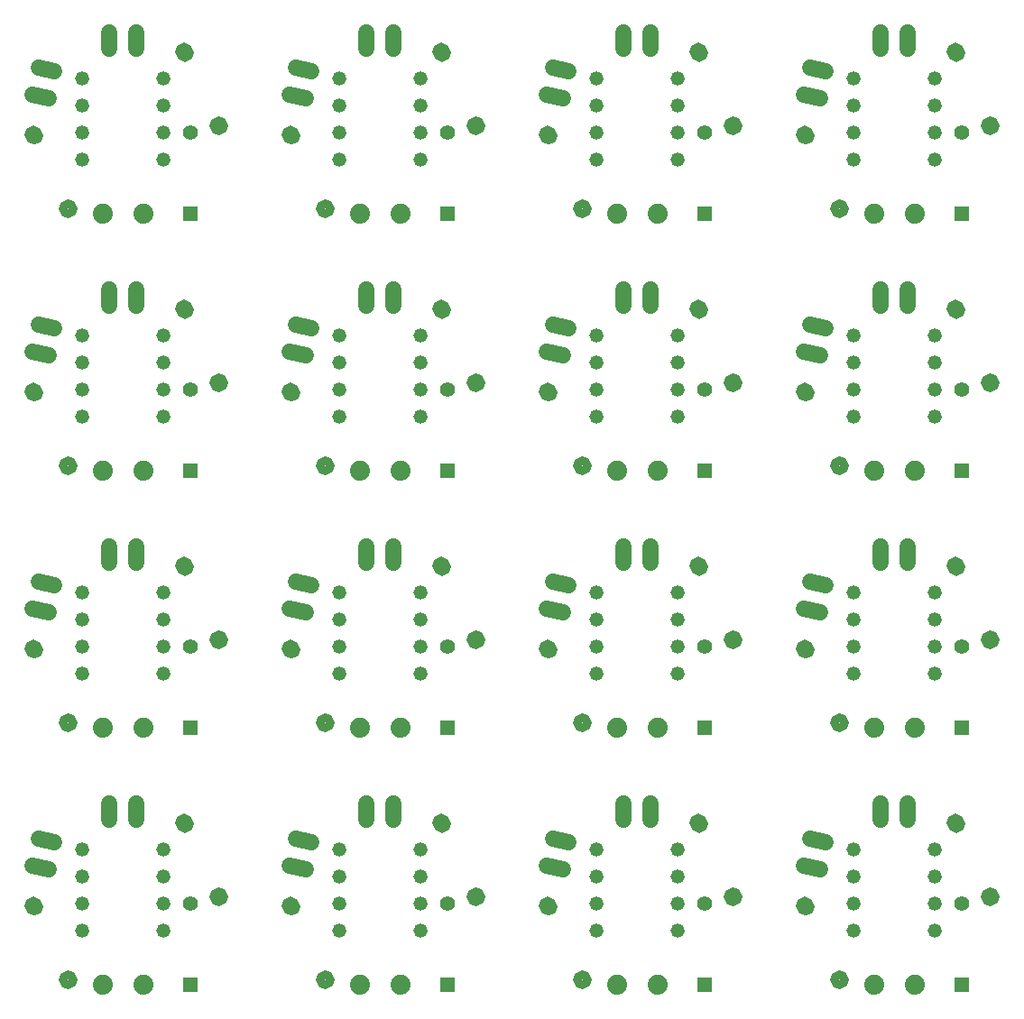
<source format=gbl>
G75*
%MOIN*%
%OFA0B0*%
%FSLAX25Y25*%
%IPPOS*%
%LPD*%
%AMOC8*
5,1,8,0,0,1.08239X$1,22.5*
%
%ADD10C,0.05200*%
%ADD11C,0.01320*%
%ADD12C,0.07400*%
%ADD13C,0.05937*%
%ADD14C,0.05543*%
%ADD15R,0.05543X0.05543*%
D10*
X0029487Y0033798D03*
X0029487Y0043798D03*
X0029487Y0053798D03*
X0029487Y0063798D03*
X0059487Y0063798D03*
X0059487Y0053798D03*
X0059487Y0043798D03*
X0059487Y0033798D03*
X0124487Y0033798D03*
X0124487Y0043798D03*
X0124487Y0053798D03*
X0124487Y0063798D03*
X0154487Y0063798D03*
X0154487Y0053798D03*
X0154487Y0043798D03*
X0154487Y0033798D03*
X0219487Y0033798D03*
X0219487Y0043798D03*
X0219487Y0053798D03*
X0219487Y0063798D03*
X0249487Y0063798D03*
X0249487Y0053798D03*
X0249487Y0043798D03*
X0249487Y0033798D03*
X0314487Y0033798D03*
X0314487Y0043798D03*
X0314487Y0053798D03*
X0314487Y0063798D03*
X0344487Y0063798D03*
X0344487Y0053798D03*
X0344487Y0043798D03*
X0344487Y0033798D03*
X0344487Y0128798D03*
X0344487Y0138798D03*
X0344487Y0148798D03*
X0344487Y0158798D03*
X0314487Y0158798D03*
X0314487Y0148798D03*
X0314487Y0138798D03*
X0314487Y0128798D03*
X0249487Y0128798D03*
X0249487Y0138798D03*
X0249487Y0148798D03*
X0249487Y0158798D03*
X0219487Y0158798D03*
X0219487Y0148798D03*
X0219487Y0138798D03*
X0219487Y0128798D03*
X0154487Y0128798D03*
X0154487Y0138798D03*
X0154487Y0148798D03*
X0154487Y0158798D03*
X0124487Y0158798D03*
X0124487Y0148798D03*
X0124487Y0138798D03*
X0124487Y0128798D03*
X0059487Y0128798D03*
X0059487Y0138798D03*
X0059487Y0148798D03*
X0059487Y0158798D03*
X0029487Y0158798D03*
X0029487Y0148798D03*
X0029487Y0138798D03*
X0029487Y0128798D03*
X0029487Y0223798D03*
X0029487Y0233798D03*
X0029487Y0243798D03*
X0029487Y0253798D03*
X0059487Y0253798D03*
X0059487Y0243798D03*
X0059487Y0233798D03*
X0059487Y0223798D03*
X0124487Y0223798D03*
X0124487Y0233798D03*
X0124487Y0243798D03*
X0124487Y0253798D03*
X0154487Y0253798D03*
X0154487Y0243798D03*
X0154487Y0233798D03*
X0154487Y0223798D03*
X0219487Y0223798D03*
X0219487Y0233798D03*
X0219487Y0243798D03*
X0219487Y0253798D03*
X0249487Y0253798D03*
X0249487Y0243798D03*
X0249487Y0233798D03*
X0249487Y0223798D03*
X0314487Y0223798D03*
X0314487Y0233798D03*
X0314487Y0243798D03*
X0314487Y0253798D03*
X0344487Y0253798D03*
X0344487Y0243798D03*
X0344487Y0233798D03*
X0344487Y0223798D03*
X0344487Y0318798D03*
X0344487Y0328798D03*
X0344487Y0338798D03*
X0344487Y0348798D03*
X0314487Y0348798D03*
X0314487Y0338798D03*
X0314487Y0328798D03*
X0314487Y0318798D03*
X0249487Y0318798D03*
X0249487Y0328798D03*
X0249487Y0338798D03*
X0249487Y0348798D03*
X0219487Y0348798D03*
X0219487Y0338798D03*
X0219487Y0328798D03*
X0219487Y0318798D03*
X0154487Y0318798D03*
X0154487Y0328798D03*
X0154487Y0338798D03*
X0154487Y0348798D03*
X0124487Y0348798D03*
X0124487Y0338798D03*
X0124487Y0328798D03*
X0124487Y0318798D03*
X0059487Y0318798D03*
X0059487Y0328798D03*
X0059487Y0338798D03*
X0059487Y0348798D03*
X0029487Y0348798D03*
X0029487Y0338798D03*
X0029487Y0328798D03*
X0029487Y0318798D03*
D11*
X0024781Y0017827D02*
X0024121Y0018487D01*
X0026176Y0017739D01*
X0027100Y0015758D01*
X0026352Y0013703D01*
X0024371Y0012779D01*
X0022316Y0013527D01*
X0021392Y0015508D01*
X0022140Y0017563D01*
X0024121Y0018487D01*
X0024168Y0017417D01*
X0025452Y0016949D01*
X0026030Y0015711D01*
X0025562Y0014427D01*
X0024324Y0013849D01*
X0023040Y0014317D01*
X0022462Y0015555D01*
X0022930Y0016839D01*
X0024168Y0017417D01*
X0024215Y0016346D01*
X0024728Y0016159D01*
X0024959Y0015664D01*
X0024772Y0015151D01*
X0024277Y0014920D01*
X0023764Y0015107D01*
X0023533Y0015602D01*
X0023720Y0016115D01*
X0024215Y0016346D01*
X0012103Y0045016D02*
X0011443Y0045676D01*
X0013498Y0044928D01*
X0014422Y0042947D01*
X0013674Y0040892D01*
X0011693Y0039968D01*
X0009638Y0040716D01*
X0008714Y0042697D01*
X0009462Y0044752D01*
X0011443Y0045676D01*
X0011490Y0044606D01*
X0012774Y0044138D01*
X0013352Y0042900D01*
X0012884Y0041616D01*
X0011646Y0041038D01*
X0010362Y0041506D01*
X0009784Y0042744D01*
X0010252Y0044028D01*
X0011490Y0044606D01*
X0011537Y0043535D01*
X0012050Y0043348D01*
X0012281Y0042853D01*
X0012094Y0042340D01*
X0011599Y0042109D01*
X0011086Y0042296D01*
X0010855Y0042791D01*
X0011042Y0043304D01*
X0011537Y0043535D01*
X0067781Y0075637D02*
X0067121Y0076297D01*
X0069176Y0075549D01*
X0070100Y0073568D01*
X0069352Y0071513D01*
X0067371Y0070589D01*
X0065316Y0071337D01*
X0064392Y0073318D01*
X0065140Y0075373D01*
X0067121Y0076297D01*
X0067168Y0075227D01*
X0068452Y0074759D01*
X0069030Y0073521D01*
X0068562Y0072237D01*
X0067324Y0071659D01*
X0066040Y0072127D01*
X0065462Y0073365D01*
X0065930Y0074649D01*
X0067168Y0075227D01*
X0067215Y0074156D01*
X0067728Y0073969D01*
X0067959Y0073474D01*
X0067772Y0072961D01*
X0067277Y0072730D01*
X0066764Y0072917D01*
X0066533Y0073412D01*
X0066720Y0073925D01*
X0067215Y0074156D01*
X0080459Y0048448D02*
X0079799Y0049108D01*
X0081854Y0048360D01*
X0082778Y0046379D01*
X0082030Y0044324D01*
X0080049Y0043400D01*
X0077994Y0044148D01*
X0077070Y0046129D01*
X0077818Y0048184D01*
X0079799Y0049108D01*
X0079846Y0048038D01*
X0081130Y0047570D01*
X0081708Y0046332D01*
X0081240Y0045048D01*
X0080002Y0044470D01*
X0078718Y0044938D01*
X0078140Y0046176D01*
X0078608Y0047460D01*
X0079846Y0048038D01*
X0079893Y0046967D01*
X0080406Y0046780D01*
X0080637Y0046285D01*
X0080450Y0045772D01*
X0079955Y0045541D01*
X0079442Y0045728D01*
X0079211Y0046223D01*
X0079398Y0046736D01*
X0079893Y0046967D01*
X0107103Y0045016D02*
X0106443Y0045676D01*
X0108498Y0044928D01*
X0109422Y0042947D01*
X0108674Y0040892D01*
X0106693Y0039968D01*
X0104638Y0040716D01*
X0103714Y0042697D01*
X0104462Y0044752D01*
X0106443Y0045676D01*
X0106490Y0044606D01*
X0107774Y0044138D01*
X0108352Y0042900D01*
X0107884Y0041616D01*
X0106646Y0041038D01*
X0105362Y0041506D01*
X0104784Y0042744D01*
X0105252Y0044028D01*
X0106490Y0044606D01*
X0106537Y0043535D01*
X0107050Y0043348D01*
X0107281Y0042853D01*
X0107094Y0042340D01*
X0106599Y0042109D01*
X0106086Y0042296D01*
X0105855Y0042791D01*
X0106042Y0043304D01*
X0106537Y0043535D01*
X0119781Y0017827D02*
X0119121Y0018487D01*
X0121176Y0017739D01*
X0122100Y0015758D01*
X0121352Y0013703D01*
X0119371Y0012779D01*
X0117316Y0013527D01*
X0116392Y0015508D01*
X0117140Y0017563D01*
X0119121Y0018487D01*
X0119168Y0017417D01*
X0120452Y0016949D01*
X0121030Y0015711D01*
X0120562Y0014427D01*
X0119324Y0013849D01*
X0118040Y0014317D01*
X0117462Y0015555D01*
X0117930Y0016839D01*
X0119168Y0017417D01*
X0119215Y0016346D01*
X0119728Y0016159D01*
X0119959Y0015664D01*
X0119772Y0015151D01*
X0119277Y0014920D01*
X0118764Y0015107D01*
X0118533Y0015602D01*
X0118720Y0016115D01*
X0119215Y0016346D01*
X0175459Y0048448D02*
X0174799Y0049108D01*
X0176854Y0048360D01*
X0177778Y0046379D01*
X0177030Y0044324D01*
X0175049Y0043400D01*
X0172994Y0044148D01*
X0172070Y0046129D01*
X0172818Y0048184D01*
X0174799Y0049108D01*
X0174846Y0048038D01*
X0176130Y0047570D01*
X0176708Y0046332D01*
X0176240Y0045048D01*
X0175002Y0044470D01*
X0173718Y0044938D01*
X0173140Y0046176D01*
X0173608Y0047460D01*
X0174846Y0048038D01*
X0174893Y0046967D01*
X0175406Y0046780D01*
X0175637Y0046285D01*
X0175450Y0045772D01*
X0174955Y0045541D01*
X0174442Y0045728D01*
X0174211Y0046223D01*
X0174398Y0046736D01*
X0174893Y0046967D01*
X0202103Y0045016D02*
X0201443Y0045676D01*
X0203498Y0044928D01*
X0204422Y0042947D01*
X0203674Y0040892D01*
X0201693Y0039968D01*
X0199638Y0040716D01*
X0198714Y0042697D01*
X0199462Y0044752D01*
X0201443Y0045676D01*
X0201490Y0044606D01*
X0202774Y0044138D01*
X0203352Y0042900D01*
X0202884Y0041616D01*
X0201646Y0041038D01*
X0200362Y0041506D01*
X0199784Y0042744D01*
X0200252Y0044028D01*
X0201490Y0044606D01*
X0201537Y0043535D01*
X0202050Y0043348D01*
X0202281Y0042853D01*
X0202094Y0042340D01*
X0201599Y0042109D01*
X0201086Y0042296D01*
X0200855Y0042791D01*
X0201042Y0043304D01*
X0201537Y0043535D01*
X0214781Y0017827D02*
X0214121Y0018487D01*
X0216176Y0017739D01*
X0217100Y0015758D01*
X0216352Y0013703D01*
X0214371Y0012779D01*
X0212316Y0013527D01*
X0211392Y0015508D01*
X0212140Y0017563D01*
X0214121Y0018487D01*
X0214168Y0017417D01*
X0215452Y0016949D01*
X0216030Y0015711D01*
X0215562Y0014427D01*
X0214324Y0013849D01*
X0213040Y0014317D01*
X0212462Y0015555D01*
X0212930Y0016839D01*
X0214168Y0017417D01*
X0214215Y0016346D01*
X0214728Y0016159D01*
X0214959Y0015664D01*
X0214772Y0015151D01*
X0214277Y0014920D01*
X0213764Y0015107D01*
X0213533Y0015602D01*
X0213720Y0016115D01*
X0214215Y0016346D01*
X0270459Y0048448D02*
X0269799Y0049108D01*
X0271854Y0048360D01*
X0272778Y0046379D01*
X0272030Y0044324D01*
X0270049Y0043400D01*
X0267994Y0044148D01*
X0267070Y0046129D01*
X0267818Y0048184D01*
X0269799Y0049108D01*
X0269846Y0048038D01*
X0271130Y0047570D01*
X0271708Y0046332D01*
X0271240Y0045048D01*
X0270002Y0044470D01*
X0268718Y0044938D01*
X0268140Y0046176D01*
X0268608Y0047460D01*
X0269846Y0048038D01*
X0269893Y0046967D01*
X0270406Y0046780D01*
X0270637Y0046285D01*
X0270450Y0045772D01*
X0269955Y0045541D01*
X0269442Y0045728D01*
X0269211Y0046223D01*
X0269398Y0046736D01*
X0269893Y0046967D01*
X0297103Y0045016D02*
X0296443Y0045676D01*
X0298498Y0044928D01*
X0299422Y0042947D01*
X0298674Y0040892D01*
X0296693Y0039968D01*
X0294638Y0040716D01*
X0293714Y0042697D01*
X0294462Y0044752D01*
X0296443Y0045676D01*
X0296490Y0044606D01*
X0297774Y0044138D01*
X0298352Y0042900D01*
X0297884Y0041616D01*
X0296646Y0041038D01*
X0295362Y0041506D01*
X0294784Y0042744D01*
X0295252Y0044028D01*
X0296490Y0044606D01*
X0296537Y0043535D01*
X0297050Y0043348D01*
X0297281Y0042853D01*
X0297094Y0042340D01*
X0296599Y0042109D01*
X0296086Y0042296D01*
X0295855Y0042791D01*
X0296042Y0043304D01*
X0296537Y0043535D01*
X0309781Y0017827D02*
X0309121Y0018487D01*
X0311176Y0017739D01*
X0312100Y0015758D01*
X0311352Y0013703D01*
X0309371Y0012779D01*
X0307316Y0013527D01*
X0306392Y0015508D01*
X0307140Y0017563D01*
X0309121Y0018487D01*
X0309168Y0017417D01*
X0310452Y0016949D01*
X0311030Y0015711D01*
X0310562Y0014427D01*
X0309324Y0013849D01*
X0308040Y0014317D01*
X0307462Y0015555D01*
X0307930Y0016839D01*
X0309168Y0017417D01*
X0309215Y0016346D01*
X0309728Y0016159D01*
X0309959Y0015664D01*
X0309772Y0015151D01*
X0309277Y0014920D01*
X0308764Y0015107D01*
X0308533Y0015602D01*
X0308720Y0016115D01*
X0309215Y0016346D01*
X0365459Y0048448D02*
X0364799Y0049108D01*
X0366854Y0048360D01*
X0367778Y0046379D01*
X0367030Y0044324D01*
X0365049Y0043400D01*
X0362994Y0044148D01*
X0362070Y0046129D01*
X0362818Y0048184D01*
X0364799Y0049108D01*
X0364846Y0048038D01*
X0366130Y0047570D01*
X0366708Y0046332D01*
X0366240Y0045048D01*
X0365002Y0044470D01*
X0363718Y0044938D01*
X0363140Y0046176D01*
X0363608Y0047460D01*
X0364846Y0048038D01*
X0364893Y0046967D01*
X0365406Y0046780D01*
X0365637Y0046285D01*
X0365450Y0045772D01*
X0364955Y0045541D01*
X0364442Y0045728D01*
X0364211Y0046223D01*
X0364398Y0046736D01*
X0364893Y0046967D01*
X0352781Y0075637D02*
X0352121Y0076297D01*
X0354176Y0075549D01*
X0355100Y0073568D01*
X0354352Y0071513D01*
X0352371Y0070589D01*
X0350316Y0071337D01*
X0349392Y0073318D01*
X0350140Y0075373D01*
X0352121Y0076297D01*
X0352168Y0075227D01*
X0353452Y0074759D01*
X0354030Y0073521D01*
X0353562Y0072237D01*
X0352324Y0071659D01*
X0351040Y0072127D01*
X0350462Y0073365D01*
X0350930Y0074649D01*
X0352168Y0075227D01*
X0352215Y0074156D01*
X0352728Y0073969D01*
X0352959Y0073474D01*
X0352772Y0072961D01*
X0352277Y0072730D01*
X0351764Y0072917D01*
X0351533Y0073412D01*
X0351720Y0073925D01*
X0352215Y0074156D01*
X0309781Y0112827D02*
X0309121Y0113487D01*
X0311176Y0112739D01*
X0312100Y0110758D01*
X0311352Y0108703D01*
X0309371Y0107779D01*
X0307316Y0108527D01*
X0306392Y0110508D01*
X0307140Y0112563D01*
X0309121Y0113487D01*
X0309168Y0112417D01*
X0310452Y0111949D01*
X0311030Y0110711D01*
X0310562Y0109427D01*
X0309324Y0108849D01*
X0308040Y0109317D01*
X0307462Y0110555D01*
X0307930Y0111839D01*
X0309168Y0112417D01*
X0309215Y0111346D01*
X0309728Y0111159D01*
X0309959Y0110664D01*
X0309772Y0110151D01*
X0309277Y0109920D01*
X0308764Y0110107D01*
X0308533Y0110602D01*
X0308720Y0111115D01*
X0309215Y0111346D01*
X0297103Y0140016D02*
X0296443Y0140676D01*
X0298498Y0139928D01*
X0299422Y0137947D01*
X0298674Y0135892D01*
X0296693Y0134968D01*
X0294638Y0135716D01*
X0293714Y0137697D01*
X0294462Y0139752D01*
X0296443Y0140676D01*
X0296490Y0139606D01*
X0297774Y0139138D01*
X0298352Y0137900D01*
X0297884Y0136616D01*
X0296646Y0136038D01*
X0295362Y0136506D01*
X0294784Y0137744D01*
X0295252Y0139028D01*
X0296490Y0139606D01*
X0296537Y0138535D01*
X0297050Y0138348D01*
X0297281Y0137853D01*
X0297094Y0137340D01*
X0296599Y0137109D01*
X0296086Y0137296D01*
X0295855Y0137791D01*
X0296042Y0138304D01*
X0296537Y0138535D01*
X0270459Y0143448D02*
X0269799Y0144108D01*
X0271854Y0143360D01*
X0272778Y0141379D01*
X0272030Y0139324D01*
X0270049Y0138400D01*
X0267994Y0139148D01*
X0267070Y0141129D01*
X0267818Y0143184D01*
X0269799Y0144108D01*
X0269846Y0143038D01*
X0271130Y0142570D01*
X0271708Y0141332D01*
X0271240Y0140048D01*
X0270002Y0139470D01*
X0268718Y0139938D01*
X0268140Y0141176D01*
X0268608Y0142460D01*
X0269846Y0143038D01*
X0269893Y0141967D01*
X0270406Y0141780D01*
X0270637Y0141285D01*
X0270450Y0140772D01*
X0269955Y0140541D01*
X0269442Y0140728D01*
X0269211Y0141223D01*
X0269398Y0141736D01*
X0269893Y0141967D01*
X0257781Y0170637D02*
X0257121Y0171297D01*
X0259176Y0170549D01*
X0260100Y0168568D01*
X0259352Y0166513D01*
X0257371Y0165589D01*
X0255316Y0166337D01*
X0254392Y0168318D01*
X0255140Y0170373D01*
X0257121Y0171297D01*
X0257168Y0170227D01*
X0258452Y0169759D01*
X0259030Y0168521D01*
X0258562Y0167237D01*
X0257324Y0166659D01*
X0256040Y0167127D01*
X0255462Y0168365D01*
X0255930Y0169649D01*
X0257168Y0170227D01*
X0257215Y0169156D01*
X0257728Y0168969D01*
X0257959Y0168474D01*
X0257772Y0167961D01*
X0257277Y0167730D01*
X0256764Y0167917D01*
X0256533Y0168412D01*
X0256720Y0168925D01*
X0257215Y0169156D01*
X0214781Y0207827D02*
X0214121Y0208487D01*
X0216176Y0207739D01*
X0217100Y0205758D01*
X0216352Y0203703D01*
X0214371Y0202779D01*
X0212316Y0203527D01*
X0211392Y0205508D01*
X0212140Y0207563D01*
X0214121Y0208487D01*
X0214168Y0207417D01*
X0215452Y0206949D01*
X0216030Y0205711D01*
X0215562Y0204427D01*
X0214324Y0203849D01*
X0213040Y0204317D01*
X0212462Y0205555D01*
X0212930Y0206839D01*
X0214168Y0207417D01*
X0214215Y0206346D01*
X0214728Y0206159D01*
X0214959Y0205664D01*
X0214772Y0205151D01*
X0214277Y0204920D01*
X0213764Y0205107D01*
X0213533Y0205602D01*
X0213720Y0206115D01*
X0214215Y0206346D01*
X0202103Y0235016D02*
X0201443Y0235676D01*
X0203498Y0234928D01*
X0204422Y0232947D01*
X0203674Y0230892D01*
X0201693Y0229968D01*
X0199638Y0230716D01*
X0198714Y0232697D01*
X0199462Y0234752D01*
X0201443Y0235676D01*
X0201490Y0234606D01*
X0202774Y0234138D01*
X0203352Y0232900D01*
X0202884Y0231616D01*
X0201646Y0231038D01*
X0200362Y0231506D01*
X0199784Y0232744D01*
X0200252Y0234028D01*
X0201490Y0234606D01*
X0201537Y0233535D01*
X0202050Y0233348D01*
X0202281Y0232853D01*
X0202094Y0232340D01*
X0201599Y0232109D01*
X0201086Y0232296D01*
X0200855Y0232791D01*
X0201042Y0233304D01*
X0201537Y0233535D01*
X0175459Y0238448D02*
X0174799Y0239108D01*
X0176854Y0238360D01*
X0177778Y0236379D01*
X0177030Y0234324D01*
X0175049Y0233400D01*
X0172994Y0234148D01*
X0172070Y0236129D01*
X0172818Y0238184D01*
X0174799Y0239108D01*
X0174846Y0238038D01*
X0176130Y0237570D01*
X0176708Y0236332D01*
X0176240Y0235048D01*
X0175002Y0234470D01*
X0173718Y0234938D01*
X0173140Y0236176D01*
X0173608Y0237460D01*
X0174846Y0238038D01*
X0174893Y0236967D01*
X0175406Y0236780D01*
X0175637Y0236285D01*
X0175450Y0235772D01*
X0174955Y0235541D01*
X0174442Y0235728D01*
X0174211Y0236223D01*
X0174398Y0236736D01*
X0174893Y0236967D01*
X0162781Y0265637D02*
X0162121Y0266297D01*
X0164176Y0265549D01*
X0165100Y0263568D01*
X0164352Y0261513D01*
X0162371Y0260589D01*
X0160316Y0261337D01*
X0159392Y0263318D01*
X0160140Y0265373D01*
X0162121Y0266297D01*
X0162168Y0265227D01*
X0163452Y0264759D01*
X0164030Y0263521D01*
X0163562Y0262237D01*
X0162324Y0261659D01*
X0161040Y0262127D01*
X0160462Y0263365D01*
X0160930Y0264649D01*
X0162168Y0265227D01*
X0162215Y0264156D01*
X0162728Y0263969D01*
X0162959Y0263474D01*
X0162772Y0262961D01*
X0162277Y0262730D01*
X0161764Y0262917D01*
X0161533Y0263412D01*
X0161720Y0263925D01*
X0162215Y0264156D01*
X0119781Y0302827D02*
X0119121Y0303487D01*
X0121176Y0302739D01*
X0122100Y0300758D01*
X0121352Y0298703D01*
X0119371Y0297779D01*
X0117316Y0298527D01*
X0116392Y0300508D01*
X0117140Y0302563D01*
X0119121Y0303487D01*
X0119168Y0302417D01*
X0120452Y0301949D01*
X0121030Y0300711D01*
X0120562Y0299427D01*
X0119324Y0298849D01*
X0118040Y0299317D01*
X0117462Y0300555D01*
X0117930Y0301839D01*
X0119168Y0302417D01*
X0119215Y0301346D01*
X0119728Y0301159D01*
X0119959Y0300664D01*
X0119772Y0300151D01*
X0119277Y0299920D01*
X0118764Y0300107D01*
X0118533Y0300602D01*
X0118720Y0301115D01*
X0119215Y0301346D01*
X0107103Y0330016D02*
X0106443Y0330676D01*
X0108498Y0329928D01*
X0109422Y0327947D01*
X0108674Y0325892D01*
X0106693Y0324968D01*
X0104638Y0325716D01*
X0103714Y0327697D01*
X0104462Y0329752D01*
X0106443Y0330676D01*
X0106490Y0329606D01*
X0107774Y0329138D01*
X0108352Y0327900D01*
X0107884Y0326616D01*
X0106646Y0326038D01*
X0105362Y0326506D01*
X0104784Y0327744D01*
X0105252Y0329028D01*
X0106490Y0329606D01*
X0106537Y0328535D01*
X0107050Y0328348D01*
X0107281Y0327853D01*
X0107094Y0327340D01*
X0106599Y0327109D01*
X0106086Y0327296D01*
X0105855Y0327791D01*
X0106042Y0328304D01*
X0106537Y0328535D01*
X0080459Y0333448D02*
X0079799Y0334108D01*
X0081854Y0333360D01*
X0082778Y0331379D01*
X0082030Y0329324D01*
X0080049Y0328400D01*
X0077994Y0329148D01*
X0077070Y0331129D01*
X0077818Y0333184D01*
X0079799Y0334108D01*
X0079846Y0333038D01*
X0081130Y0332570D01*
X0081708Y0331332D01*
X0081240Y0330048D01*
X0080002Y0329470D01*
X0078718Y0329938D01*
X0078140Y0331176D01*
X0078608Y0332460D01*
X0079846Y0333038D01*
X0079893Y0331967D01*
X0080406Y0331780D01*
X0080637Y0331285D01*
X0080450Y0330772D01*
X0079955Y0330541D01*
X0079442Y0330728D01*
X0079211Y0331223D01*
X0079398Y0331736D01*
X0079893Y0331967D01*
X0067781Y0360637D02*
X0067121Y0361297D01*
X0069176Y0360549D01*
X0070100Y0358568D01*
X0069352Y0356513D01*
X0067371Y0355589D01*
X0065316Y0356337D01*
X0064392Y0358318D01*
X0065140Y0360373D01*
X0067121Y0361297D01*
X0067168Y0360227D01*
X0068452Y0359759D01*
X0069030Y0358521D01*
X0068562Y0357237D01*
X0067324Y0356659D01*
X0066040Y0357127D01*
X0065462Y0358365D01*
X0065930Y0359649D01*
X0067168Y0360227D01*
X0067215Y0359156D01*
X0067728Y0358969D01*
X0067959Y0358474D01*
X0067772Y0357961D01*
X0067277Y0357730D01*
X0066764Y0357917D01*
X0066533Y0358412D01*
X0066720Y0358925D01*
X0067215Y0359156D01*
X0012103Y0330016D02*
X0011443Y0330676D01*
X0013498Y0329928D01*
X0014422Y0327947D01*
X0013674Y0325892D01*
X0011693Y0324968D01*
X0009638Y0325716D01*
X0008714Y0327697D01*
X0009462Y0329752D01*
X0011443Y0330676D01*
X0011490Y0329606D01*
X0012774Y0329138D01*
X0013352Y0327900D01*
X0012884Y0326616D01*
X0011646Y0326038D01*
X0010362Y0326506D01*
X0009784Y0327744D01*
X0010252Y0329028D01*
X0011490Y0329606D01*
X0011537Y0328535D01*
X0012050Y0328348D01*
X0012281Y0327853D01*
X0012094Y0327340D01*
X0011599Y0327109D01*
X0011086Y0327296D01*
X0010855Y0327791D01*
X0011042Y0328304D01*
X0011537Y0328535D01*
X0024781Y0302827D02*
X0024121Y0303487D01*
X0026176Y0302739D01*
X0027100Y0300758D01*
X0026352Y0298703D01*
X0024371Y0297779D01*
X0022316Y0298527D01*
X0021392Y0300508D01*
X0022140Y0302563D01*
X0024121Y0303487D01*
X0024168Y0302417D01*
X0025452Y0301949D01*
X0026030Y0300711D01*
X0025562Y0299427D01*
X0024324Y0298849D01*
X0023040Y0299317D01*
X0022462Y0300555D01*
X0022930Y0301839D01*
X0024168Y0302417D01*
X0024215Y0301346D01*
X0024728Y0301159D01*
X0024959Y0300664D01*
X0024772Y0300151D01*
X0024277Y0299920D01*
X0023764Y0300107D01*
X0023533Y0300602D01*
X0023720Y0301115D01*
X0024215Y0301346D01*
X0067781Y0265637D02*
X0067121Y0266297D01*
X0069176Y0265549D01*
X0070100Y0263568D01*
X0069352Y0261513D01*
X0067371Y0260589D01*
X0065316Y0261337D01*
X0064392Y0263318D01*
X0065140Y0265373D01*
X0067121Y0266297D01*
X0067168Y0265227D01*
X0068452Y0264759D01*
X0069030Y0263521D01*
X0068562Y0262237D01*
X0067324Y0261659D01*
X0066040Y0262127D01*
X0065462Y0263365D01*
X0065930Y0264649D01*
X0067168Y0265227D01*
X0067215Y0264156D01*
X0067728Y0263969D01*
X0067959Y0263474D01*
X0067772Y0262961D01*
X0067277Y0262730D01*
X0066764Y0262917D01*
X0066533Y0263412D01*
X0066720Y0263925D01*
X0067215Y0264156D01*
X0080459Y0238448D02*
X0079799Y0239108D01*
X0081854Y0238360D01*
X0082778Y0236379D01*
X0082030Y0234324D01*
X0080049Y0233400D01*
X0077994Y0234148D01*
X0077070Y0236129D01*
X0077818Y0238184D01*
X0079799Y0239108D01*
X0079846Y0238038D01*
X0081130Y0237570D01*
X0081708Y0236332D01*
X0081240Y0235048D01*
X0080002Y0234470D01*
X0078718Y0234938D01*
X0078140Y0236176D01*
X0078608Y0237460D01*
X0079846Y0238038D01*
X0079893Y0236967D01*
X0080406Y0236780D01*
X0080637Y0236285D01*
X0080450Y0235772D01*
X0079955Y0235541D01*
X0079442Y0235728D01*
X0079211Y0236223D01*
X0079398Y0236736D01*
X0079893Y0236967D01*
X0107103Y0235016D02*
X0106443Y0235676D01*
X0108498Y0234928D01*
X0109422Y0232947D01*
X0108674Y0230892D01*
X0106693Y0229968D01*
X0104638Y0230716D01*
X0103714Y0232697D01*
X0104462Y0234752D01*
X0106443Y0235676D01*
X0106490Y0234606D01*
X0107774Y0234138D01*
X0108352Y0232900D01*
X0107884Y0231616D01*
X0106646Y0231038D01*
X0105362Y0231506D01*
X0104784Y0232744D01*
X0105252Y0234028D01*
X0106490Y0234606D01*
X0106537Y0233535D01*
X0107050Y0233348D01*
X0107281Y0232853D01*
X0107094Y0232340D01*
X0106599Y0232109D01*
X0106086Y0232296D01*
X0105855Y0232791D01*
X0106042Y0233304D01*
X0106537Y0233535D01*
X0119781Y0207827D02*
X0119121Y0208487D01*
X0121176Y0207739D01*
X0122100Y0205758D01*
X0121352Y0203703D01*
X0119371Y0202779D01*
X0117316Y0203527D01*
X0116392Y0205508D01*
X0117140Y0207563D01*
X0119121Y0208487D01*
X0119168Y0207417D01*
X0120452Y0206949D01*
X0121030Y0205711D01*
X0120562Y0204427D01*
X0119324Y0203849D01*
X0118040Y0204317D01*
X0117462Y0205555D01*
X0117930Y0206839D01*
X0119168Y0207417D01*
X0119215Y0206346D01*
X0119728Y0206159D01*
X0119959Y0205664D01*
X0119772Y0205151D01*
X0119277Y0204920D01*
X0118764Y0205107D01*
X0118533Y0205602D01*
X0118720Y0206115D01*
X0119215Y0206346D01*
X0162781Y0170637D02*
X0162121Y0171297D01*
X0164176Y0170549D01*
X0165100Y0168568D01*
X0164352Y0166513D01*
X0162371Y0165589D01*
X0160316Y0166337D01*
X0159392Y0168318D01*
X0160140Y0170373D01*
X0162121Y0171297D01*
X0162168Y0170227D01*
X0163452Y0169759D01*
X0164030Y0168521D01*
X0163562Y0167237D01*
X0162324Y0166659D01*
X0161040Y0167127D01*
X0160462Y0168365D01*
X0160930Y0169649D01*
X0162168Y0170227D01*
X0162215Y0169156D01*
X0162728Y0168969D01*
X0162959Y0168474D01*
X0162772Y0167961D01*
X0162277Y0167730D01*
X0161764Y0167917D01*
X0161533Y0168412D01*
X0161720Y0168925D01*
X0162215Y0169156D01*
X0175459Y0143448D02*
X0174799Y0144108D01*
X0176854Y0143360D01*
X0177778Y0141379D01*
X0177030Y0139324D01*
X0175049Y0138400D01*
X0172994Y0139148D01*
X0172070Y0141129D01*
X0172818Y0143184D01*
X0174799Y0144108D01*
X0174846Y0143038D01*
X0176130Y0142570D01*
X0176708Y0141332D01*
X0176240Y0140048D01*
X0175002Y0139470D01*
X0173718Y0139938D01*
X0173140Y0141176D01*
X0173608Y0142460D01*
X0174846Y0143038D01*
X0174893Y0141967D01*
X0175406Y0141780D01*
X0175637Y0141285D01*
X0175450Y0140772D01*
X0174955Y0140541D01*
X0174442Y0140728D01*
X0174211Y0141223D01*
X0174398Y0141736D01*
X0174893Y0141967D01*
X0202103Y0140016D02*
X0201443Y0140676D01*
X0203498Y0139928D01*
X0204422Y0137947D01*
X0203674Y0135892D01*
X0201693Y0134968D01*
X0199638Y0135716D01*
X0198714Y0137697D01*
X0199462Y0139752D01*
X0201443Y0140676D01*
X0201490Y0139606D01*
X0202774Y0139138D01*
X0203352Y0137900D01*
X0202884Y0136616D01*
X0201646Y0136038D01*
X0200362Y0136506D01*
X0199784Y0137744D01*
X0200252Y0139028D01*
X0201490Y0139606D01*
X0201537Y0138535D01*
X0202050Y0138348D01*
X0202281Y0137853D01*
X0202094Y0137340D01*
X0201599Y0137109D01*
X0201086Y0137296D01*
X0200855Y0137791D01*
X0201042Y0138304D01*
X0201537Y0138535D01*
X0214781Y0112827D02*
X0214121Y0113487D01*
X0216176Y0112739D01*
X0217100Y0110758D01*
X0216352Y0108703D01*
X0214371Y0107779D01*
X0212316Y0108527D01*
X0211392Y0110508D01*
X0212140Y0112563D01*
X0214121Y0113487D01*
X0214168Y0112417D01*
X0215452Y0111949D01*
X0216030Y0110711D01*
X0215562Y0109427D01*
X0214324Y0108849D01*
X0213040Y0109317D01*
X0212462Y0110555D01*
X0212930Y0111839D01*
X0214168Y0112417D01*
X0214215Y0111346D01*
X0214728Y0111159D01*
X0214959Y0110664D01*
X0214772Y0110151D01*
X0214277Y0109920D01*
X0213764Y0110107D01*
X0213533Y0110602D01*
X0213720Y0111115D01*
X0214215Y0111346D01*
X0257781Y0075637D02*
X0257121Y0076297D01*
X0259176Y0075549D01*
X0260100Y0073568D01*
X0259352Y0071513D01*
X0257371Y0070589D01*
X0255316Y0071337D01*
X0254392Y0073318D01*
X0255140Y0075373D01*
X0257121Y0076297D01*
X0257168Y0075227D01*
X0258452Y0074759D01*
X0259030Y0073521D01*
X0258562Y0072237D01*
X0257324Y0071659D01*
X0256040Y0072127D01*
X0255462Y0073365D01*
X0255930Y0074649D01*
X0257168Y0075227D01*
X0257215Y0074156D01*
X0257728Y0073969D01*
X0257959Y0073474D01*
X0257772Y0072961D01*
X0257277Y0072730D01*
X0256764Y0072917D01*
X0256533Y0073412D01*
X0256720Y0073925D01*
X0257215Y0074156D01*
X0162781Y0075637D02*
X0162121Y0076297D01*
X0164176Y0075549D01*
X0165100Y0073568D01*
X0164352Y0071513D01*
X0162371Y0070589D01*
X0160316Y0071337D01*
X0159392Y0073318D01*
X0160140Y0075373D01*
X0162121Y0076297D01*
X0162168Y0075227D01*
X0163452Y0074759D01*
X0164030Y0073521D01*
X0163562Y0072237D01*
X0162324Y0071659D01*
X0161040Y0072127D01*
X0160462Y0073365D01*
X0160930Y0074649D01*
X0162168Y0075227D01*
X0162215Y0074156D01*
X0162728Y0073969D01*
X0162959Y0073474D01*
X0162772Y0072961D01*
X0162277Y0072730D01*
X0161764Y0072917D01*
X0161533Y0073412D01*
X0161720Y0073925D01*
X0162215Y0074156D01*
X0119781Y0112827D02*
X0119121Y0113487D01*
X0121176Y0112739D01*
X0122100Y0110758D01*
X0121352Y0108703D01*
X0119371Y0107779D01*
X0117316Y0108527D01*
X0116392Y0110508D01*
X0117140Y0112563D01*
X0119121Y0113487D01*
X0119168Y0112417D01*
X0120452Y0111949D01*
X0121030Y0110711D01*
X0120562Y0109427D01*
X0119324Y0108849D01*
X0118040Y0109317D01*
X0117462Y0110555D01*
X0117930Y0111839D01*
X0119168Y0112417D01*
X0119215Y0111346D01*
X0119728Y0111159D01*
X0119959Y0110664D01*
X0119772Y0110151D01*
X0119277Y0109920D01*
X0118764Y0110107D01*
X0118533Y0110602D01*
X0118720Y0111115D01*
X0119215Y0111346D01*
X0107103Y0140016D02*
X0106443Y0140676D01*
X0108498Y0139928D01*
X0109422Y0137947D01*
X0108674Y0135892D01*
X0106693Y0134968D01*
X0104638Y0135716D01*
X0103714Y0137697D01*
X0104462Y0139752D01*
X0106443Y0140676D01*
X0106490Y0139606D01*
X0107774Y0139138D01*
X0108352Y0137900D01*
X0107884Y0136616D01*
X0106646Y0136038D01*
X0105362Y0136506D01*
X0104784Y0137744D01*
X0105252Y0139028D01*
X0106490Y0139606D01*
X0106537Y0138535D01*
X0107050Y0138348D01*
X0107281Y0137853D01*
X0107094Y0137340D01*
X0106599Y0137109D01*
X0106086Y0137296D01*
X0105855Y0137791D01*
X0106042Y0138304D01*
X0106537Y0138535D01*
X0080459Y0143448D02*
X0079799Y0144108D01*
X0081854Y0143360D01*
X0082778Y0141379D01*
X0082030Y0139324D01*
X0080049Y0138400D01*
X0077994Y0139148D01*
X0077070Y0141129D01*
X0077818Y0143184D01*
X0079799Y0144108D01*
X0079846Y0143038D01*
X0081130Y0142570D01*
X0081708Y0141332D01*
X0081240Y0140048D01*
X0080002Y0139470D01*
X0078718Y0139938D01*
X0078140Y0141176D01*
X0078608Y0142460D01*
X0079846Y0143038D01*
X0079893Y0141967D01*
X0080406Y0141780D01*
X0080637Y0141285D01*
X0080450Y0140772D01*
X0079955Y0140541D01*
X0079442Y0140728D01*
X0079211Y0141223D01*
X0079398Y0141736D01*
X0079893Y0141967D01*
X0067781Y0170637D02*
X0067121Y0171297D01*
X0069176Y0170549D01*
X0070100Y0168568D01*
X0069352Y0166513D01*
X0067371Y0165589D01*
X0065316Y0166337D01*
X0064392Y0168318D01*
X0065140Y0170373D01*
X0067121Y0171297D01*
X0067168Y0170227D01*
X0068452Y0169759D01*
X0069030Y0168521D01*
X0068562Y0167237D01*
X0067324Y0166659D01*
X0066040Y0167127D01*
X0065462Y0168365D01*
X0065930Y0169649D01*
X0067168Y0170227D01*
X0067215Y0169156D01*
X0067728Y0168969D01*
X0067959Y0168474D01*
X0067772Y0167961D01*
X0067277Y0167730D01*
X0066764Y0167917D01*
X0066533Y0168412D01*
X0066720Y0168925D01*
X0067215Y0169156D01*
X0024781Y0207827D02*
X0024121Y0208487D01*
X0026176Y0207739D01*
X0027100Y0205758D01*
X0026352Y0203703D01*
X0024371Y0202779D01*
X0022316Y0203527D01*
X0021392Y0205508D01*
X0022140Y0207563D01*
X0024121Y0208487D01*
X0024168Y0207417D01*
X0025452Y0206949D01*
X0026030Y0205711D01*
X0025562Y0204427D01*
X0024324Y0203849D01*
X0023040Y0204317D01*
X0022462Y0205555D01*
X0022930Y0206839D01*
X0024168Y0207417D01*
X0024215Y0206346D01*
X0024728Y0206159D01*
X0024959Y0205664D01*
X0024772Y0205151D01*
X0024277Y0204920D01*
X0023764Y0205107D01*
X0023533Y0205602D01*
X0023720Y0206115D01*
X0024215Y0206346D01*
X0012103Y0235016D02*
X0011443Y0235676D01*
X0013498Y0234928D01*
X0014422Y0232947D01*
X0013674Y0230892D01*
X0011693Y0229968D01*
X0009638Y0230716D01*
X0008714Y0232697D01*
X0009462Y0234752D01*
X0011443Y0235676D01*
X0011490Y0234606D01*
X0012774Y0234138D01*
X0013352Y0232900D01*
X0012884Y0231616D01*
X0011646Y0231038D01*
X0010362Y0231506D01*
X0009784Y0232744D01*
X0010252Y0234028D01*
X0011490Y0234606D01*
X0011537Y0233535D01*
X0012050Y0233348D01*
X0012281Y0232853D01*
X0012094Y0232340D01*
X0011599Y0232109D01*
X0011086Y0232296D01*
X0010855Y0232791D01*
X0011042Y0233304D01*
X0011537Y0233535D01*
X0012103Y0140016D02*
X0011443Y0140676D01*
X0013498Y0139928D01*
X0014422Y0137947D01*
X0013674Y0135892D01*
X0011693Y0134968D01*
X0009638Y0135716D01*
X0008714Y0137697D01*
X0009462Y0139752D01*
X0011443Y0140676D01*
X0011490Y0139606D01*
X0012774Y0139138D01*
X0013352Y0137900D01*
X0012884Y0136616D01*
X0011646Y0136038D01*
X0010362Y0136506D01*
X0009784Y0137744D01*
X0010252Y0139028D01*
X0011490Y0139606D01*
X0011537Y0138535D01*
X0012050Y0138348D01*
X0012281Y0137853D01*
X0012094Y0137340D01*
X0011599Y0137109D01*
X0011086Y0137296D01*
X0010855Y0137791D01*
X0011042Y0138304D01*
X0011537Y0138535D01*
X0024781Y0112827D02*
X0024121Y0113487D01*
X0026176Y0112739D01*
X0027100Y0110758D01*
X0026352Y0108703D01*
X0024371Y0107779D01*
X0022316Y0108527D01*
X0021392Y0110508D01*
X0022140Y0112563D01*
X0024121Y0113487D01*
X0024168Y0112417D01*
X0025452Y0111949D01*
X0026030Y0110711D01*
X0025562Y0109427D01*
X0024324Y0108849D01*
X0023040Y0109317D01*
X0022462Y0110555D01*
X0022930Y0111839D01*
X0024168Y0112417D01*
X0024215Y0111346D01*
X0024728Y0111159D01*
X0024959Y0110664D01*
X0024772Y0110151D01*
X0024277Y0109920D01*
X0023764Y0110107D01*
X0023533Y0110602D01*
X0023720Y0111115D01*
X0024215Y0111346D01*
X0214781Y0302827D02*
X0214121Y0303487D01*
X0216176Y0302739D01*
X0217100Y0300758D01*
X0216352Y0298703D01*
X0214371Y0297779D01*
X0212316Y0298527D01*
X0211392Y0300508D01*
X0212140Y0302563D01*
X0214121Y0303487D01*
X0214168Y0302417D01*
X0215452Y0301949D01*
X0216030Y0300711D01*
X0215562Y0299427D01*
X0214324Y0298849D01*
X0213040Y0299317D01*
X0212462Y0300555D01*
X0212930Y0301839D01*
X0214168Y0302417D01*
X0214215Y0301346D01*
X0214728Y0301159D01*
X0214959Y0300664D01*
X0214772Y0300151D01*
X0214277Y0299920D01*
X0213764Y0300107D01*
X0213533Y0300602D01*
X0213720Y0301115D01*
X0214215Y0301346D01*
X0202103Y0330016D02*
X0201443Y0330676D01*
X0203498Y0329928D01*
X0204422Y0327947D01*
X0203674Y0325892D01*
X0201693Y0324968D01*
X0199638Y0325716D01*
X0198714Y0327697D01*
X0199462Y0329752D01*
X0201443Y0330676D01*
X0201490Y0329606D01*
X0202774Y0329138D01*
X0203352Y0327900D01*
X0202884Y0326616D01*
X0201646Y0326038D01*
X0200362Y0326506D01*
X0199784Y0327744D01*
X0200252Y0329028D01*
X0201490Y0329606D01*
X0201537Y0328535D01*
X0202050Y0328348D01*
X0202281Y0327853D01*
X0202094Y0327340D01*
X0201599Y0327109D01*
X0201086Y0327296D01*
X0200855Y0327791D01*
X0201042Y0328304D01*
X0201537Y0328535D01*
X0175459Y0333448D02*
X0174799Y0334108D01*
X0176854Y0333360D01*
X0177778Y0331379D01*
X0177030Y0329324D01*
X0175049Y0328400D01*
X0172994Y0329148D01*
X0172070Y0331129D01*
X0172818Y0333184D01*
X0174799Y0334108D01*
X0174846Y0333038D01*
X0176130Y0332570D01*
X0176708Y0331332D01*
X0176240Y0330048D01*
X0175002Y0329470D01*
X0173718Y0329938D01*
X0173140Y0331176D01*
X0173608Y0332460D01*
X0174846Y0333038D01*
X0174893Y0331967D01*
X0175406Y0331780D01*
X0175637Y0331285D01*
X0175450Y0330772D01*
X0174955Y0330541D01*
X0174442Y0330728D01*
X0174211Y0331223D01*
X0174398Y0331736D01*
X0174893Y0331967D01*
X0162781Y0360637D02*
X0162121Y0361297D01*
X0164176Y0360549D01*
X0165100Y0358568D01*
X0164352Y0356513D01*
X0162371Y0355589D01*
X0160316Y0356337D01*
X0159392Y0358318D01*
X0160140Y0360373D01*
X0162121Y0361297D01*
X0162168Y0360227D01*
X0163452Y0359759D01*
X0164030Y0358521D01*
X0163562Y0357237D01*
X0162324Y0356659D01*
X0161040Y0357127D01*
X0160462Y0358365D01*
X0160930Y0359649D01*
X0162168Y0360227D01*
X0162215Y0359156D01*
X0162728Y0358969D01*
X0162959Y0358474D01*
X0162772Y0357961D01*
X0162277Y0357730D01*
X0161764Y0357917D01*
X0161533Y0358412D01*
X0161720Y0358925D01*
X0162215Y0359156D01*
X0257781Y0360637D02*
X0257121Y0361297D01*
X0259176Y0360549D01*
X0260100Y0358568D01*
X0259352Y0356513D01*
X0257371Y0355589D01*
X0255316Y0356337D01*
X0254392Y0358318D01*
X0255140Y0360373D01*
X0257121Y0361297D01*
X0257168Y0360227D01*
X0258452Y0359759D01*
X0259030Y0358521D01*
X0258562Y0357237D01*
X0257324Y0356659D01*
X0256040Y0357127D01*
X0255462Y0358365D01*
X0255930Y0359649D01*
X0257168Y0360227D01*
X0257215Y0359156D01*
X0257728Y0358969D01*
X0257959Y0358474D01*
X0257772Y0357961D01*
X0257277Y0357730D01*
X0256764Y0357917D01*
X0256533Y0358412D01*
X0256720Y0358925D01*
X0257215Y0359156D01*
X0270459Y0333448D02*
X0269799Y0334108D01*
X0271854Y0333360D01*
X0272778Y0331379D01*
X0272030Y0329324D01*
X0270049Y0328400D01*
X0267994Y0329148D01*
X0267070Y0331129D01*
X0267818Y0333184D01*
X0269799Y0334108D01*
X0269846Y0333038D01*
X0271130Y0332570D01*
X0271708Y0331332D01*
X0271240Y0330048D01*
X0270002Y0329470D01*
X0268718Y0329938D01*
X0268140Y0331176D01*
X0268608Y0332460D01*
X0269846Y0333038D01*
X0269893Y0331967D01*
X0270406Y0331780D01*
X0270637Y0331285D01*
X0270450Y0330772D01*
X0269955Y0330541D01*
X0269442Y0330728D01*
X0269211Y0331223D01*
X0269398Y0331736D01*
X0269893Y0331967D01*
X0297103Y0330016D02*
X0296443Y0330676D01*
X0298498Y0329928D01*
X0299422Y0327947D01*
X0298674Y0325892D01*
X0296693Y0324968D01*
X0294638Y0325716D01*
X0293714Y0327697D01*
X0294462Y0329752D01*
X0296443Y0330676D01*
X0296490Y0329606D01*
X0297774Y0329138D01*
X0298352Y0327900D01*
X0297884Y0326616D01*
X0296646Y0326038D01*
X0295362Y0326506D01*
X0294784Y0327744D01*
X0295252Y0329028D01*
X0296490Y0329606D01*
X0296537Y0328535D01*
X0297050Y0328348D01*
X0297281Y0327853D01*
X0297094Y0327340D01*
X0296599Y0327109D01*
X0296086Y0327296D01*
X0295855Y0327791D01*
X0296042Y0328304D01*
X0296537Y0328535D01*
X0309781Y0302827D02*
X0309121Y0303487D01*
X0311176Y0302739D01*
X0312100Y0300758D01*
X0311352Y0298703D01*
X0309371Y0297779D01*
X0307316Y0298527D01*
X0306392Y0300508D01*
X0307140Y0302563D01*
X0309121Y0303487D01*
X0309168Y0302417D01*
X0310452Y0301949D01*
X0311030Y0300711D01*
X0310562Y0299427D01*
X0309324Y0298849D01*
X0308040Y0299317D01*
X0307462Y0300555D01*
X0307930Y0301839D01*
X0309168Y0302417D01*
X0309215Y0301346D01*
X0309728Y0301159D01*
X0309959Y0300664D01*
X0309772Y0300151D01*
X0309277Y0299920D01*
X0308764Y0300107D01*
X0308533Y0300602D01*
X0308720Y0301115D01*
X0309215Y0301346D01*
X0352781Y0265637D02*
X0352121Y0266297D01*
X0354176Y0265549D01*
X0355100Y0263568D01*
X0354352Y0261513D01*
X0352371Y0260589D01*
X0350316Y0261337D01*
X0349392Y0263318D01*
X0350140Y0265373D01*
X0352121Y0266297D01*
X0352168Y0265227D01*
X0353452Y0264759D01*
X0354030Y0263521D01*
X0353562Y0262237D01*
X0352324Y0261659D01*
X0351040Y0262127D01*
X0350462Y0263365D01*
X0350930Y0264649D01*
X0352168Y0265227D01*
X0352215Y0264156D01*
X0352728Y0263969D01*
X0352959Y0263474D01*
X0352772Y0262961D01*
X0352277Y0262730D01*
X0351764Y0262917D01*
X0351533Y0263412D01*
X0351720Y0263925D01*
X0352215Y0264156D01*
X0365459Y0238448D02*
X0364799Y0239108D01*
X0366854Y0238360D01*
X0367778Y0236379D01*
X0367030Y0234324D01*
X0365049Y0233400D01*
X0362994Y0234148D01*
X0362070Y0236129D01*
X0362818Y0238184D01*
X0364799Y0239108D01*
X0364846Y0238038D01*
X0366130Y0237570D01*
X0366708Y0236332D01*
X0366240Y0235048D01*
X0365002Y0234470D01*
X0363718Y0234938D01*
X0363140Y0236176D01*
X0363608Y0237460D01*
X0364846Y0238038D01*
X0364893Y0236967D01*
X0365406Y0236780D01*
X0365637Y0236285D01*
X0365450Y0235772D01*
X0364955Y0235541D01*
X0364442Y0235728D01*
X0364211Y0236223D01*
X0364398Y0236736D01*
X0364893Y0236967D01*
X0309781Y0207827D02*
X0309121Y0208487D01*
X0311176Y0207739D01*
X0312100Y0205758D01*
X0311352Y0203703D01*
X0309371Y0202779D01*
X0307316Y0203527D01*
X0306392Y0205508D01*
X0307140Y0207563D01*
X0309121Y0208487D01*
X0309168Y0207417D01*
X0310452Y0206949D01*
X0311030Y0205711D01*
X0310562Y0204427D01*
X0309324Y0203849D01*
X0308040Y0204317D01*
X0307462Y0205555D01*
X0307930Y0206839D01*
X0309168Y0207417D01*
X0309215Y0206346D01*
X0309728Y0206159D01*
X0309959Y0205664D01*
X0309772Y0205151D01*
X0309277Y0204920D01*
X0308764Y0205107D01*
X0308533Y0205602D01*
X0308720Y0206115D01*
X0309215Y0206346D01*
X0297103Y0235016D02*
X0296443Y0235676D01*
X0298498Y0234928D01*
X0299422Y0232947D01*
X0298674Y0230892D01*
X0296693Y0229968D01*
X0294638Y0230716D01*
X0293714Y0232697D01*
X0294462Y0234752D01*
X0296443Y0235676D01*
X0296490Y0234606D01*
X0297774Y0234138D01*
X0298352Y0232900D01*
X0297884Y0231616D01*
X0296646Y0231038D01*
X0295362Y0231506D01*
X0294784Y0232744D01*
X0295252Y0234028D01*
X0296490Y0234606D01*
X0296537Y0233535D01*
X0297050Y0233348D01*
X0297281Y0232853D01*
X0297094Y0232340D01*
X0296599Y0232109D01*
X0296086Y0232296D01*
X0295855Y0232791D01*
X0296042Y0233304D01*
X0296537Y0233535D01*
X0270459Y0238448D02*
X0269799Y0239108D01*
X0271854Y0238360D01*
X0272778Y0236379D01*
X0272030Y0234324D01*
X0270049Y0233400D01*
X0267994Y0234148D01*
X0267070Y0236129D01*
X0267818Y0238184D01*
X0269799Y0239108D01*
X0269846Y0238038D01*
X0271130Y0237570D01*
X0271708Y0236332D01*
X0271240Y0235048D01*
X0270002Y0234470D01*
X0268718Y0234938D01*
X0268140Y0236176D01*
X0268608Y0237460D01*
X0269846Y0238038D01*
X0269893Y0236967D01*
X0270406Y0236780D01*
X0270637Y0236285D01*
X0270450Y0235772D01*
X0269955Y0235541D01*
X0269442Y0235728D01*
X0269211Y0236223D01*
X0269398Y0236736D01*
X0269893Y0236967D01*
X0257781Y0265637D02*
X0257121Y0266297D01*
X0259176Y0265549D01*
X0260100Y0263568D01*
X0259352Y0261513D01*
X0257371Y0260589D01*
X0255316Y0261337D01*
X0254392Y0263318D01*
X0255140Y0265373D01*
X0257121Y0266297D01*
X0257168Y0265227D01*
X0258452Y0264759D01*
X0259030Y0263521D01*
X0258562Y0262237D01*
X0257324Y0261659D01*
X0256040Y0262127D01*
X0255462Y0263365D01*
X0255930Y0264649D01*
X0257168Y0265227D01*
X0257215Y0264156D01*
X0257728Y0263969D01*
X0257959Y0263474D01*
X0257772Y0262961D01*
X0257277Y0262730D01*
X0256764Y0262917D01*
X0256533Y0263412D01*
X0256720Y0263925D01*
X0257215Y0264156D01*
X0352781Y0360637D02*
X0352121Y0361297D01*
X0354176Y0360549D01*
X0355100Y0358568D01*
X0354352Y0356513D01*
X0352371Y0355589D01*
X0350316Y0356337D01*
X0349392Y0358318D01*
X0350140Y0360373D01*
X0352121Y0361297D01*
X0352168Y0360227D01*
X0353452Y0359759D01*
X0354030Y0358521D01*
X0353562Y0357237D01*
X0352324Y0356659D01*
X0351040Y0357127D01*
X0350462Y0358365D01*
X0350930Y0359649D01*
X0352168Y0360227D01*
X0352215Y0359156D01*
X0352728Y0358969D01*
X0352959Y0358474D01*
X0352772Y0357961D01*
X0352277Y0357730D01*
X0351764Y0357917D01*
X0351533Y0358412D01*
X0351720Y0358925D01*
X0352215Y0359156D01*
X0365459Y0333448D02*
X0364799Y0334108D01*
X0366854Y0333360D01*
X0367778Y0331379D01*
X0367030Y0329324D01*
X0365049Y0328400D01*
X0362994Y0329148D01*
X0362070Y0331129D01*
X0362818Y0333184D01*
X0364799Y0334108D01*
X0364846Y0333038D01*
X0366130Y0332570D01*
X0366708Y0331332D01*
X0366240Y0330048D01*
X0365002Y0329470D01*
X0363718Y0329938D01*
X0363140Y0331176D01*
X0363608Y0332460D01*
X0364846Y0333038D01*
X0364893Y0331967D01*
X0365406Y0331780D01*
X0365637Y0331285D01*
X0365450Y0330772D01*
X0364955Y0330541D01*
X0364442Y0330728D01*
X0364211Y0331223D01*
X0364398Y0331736D01*
X0364893Y0331967D01*
X0352781Y0170637D02*
X0352121Y0171297D01*
X0354176Y0170549D01*
X0355100Y0168568D01*
X0354352Y0166513D01*
X0352371Y0165589D01*
X0350316Y0166337D01*
X0349392Y0168318D01*
X0350140Y0170373D01*
X0352121Y0171297D01*
X0352168Y0170227D01*
X0353452Y0169759D01*
X0354030Y0168521D01*
X0353562Y0167237D01*
X0352324Y0166659D01*
X0351040Y0167127D01*
X0350462Y0168365D01*
X0350930Y0169649D01*
X0352168Y0170227D01*
X0352215Y0169156D01*
X0352728Y0168969D01*
X0352959Y0168474D01*
X0352772Y0167961D01*
X0352277Y0167730D01*
X0351764Y0167917D01*
X0351533Y0168412D01*
X0351720Y0168925D01*
X0352215Y0169156D01*
X0365459Y0143448D02*
X0364799Y0144108D01*
X0366854Y0143360D01*
X0367778Y0141379D01*
X0367030Y0139324D01*
X0365049Y0138400D01*
X0362994Y0139148D01*
X0362070Y0141129D01*
X0362818Y0143184D01*
X0364799Y0144108D01*
X0364846Y0143038D01*
X0366130Y0142570D01*
X0366708Y0141332D01*
X0366240Y0140048D01*
X0365002Y0139470D01*
X0363718Y0139938D01*
X0363140Y0141176D01*
X0363608Y0142460D01*
X0364846Y0143038D01*
X0364893Y0141967D01*
X0365406Y0141780D01*
X0365637Y0141285D01*
X0365450Y0140772D01*
X0364955Y0140541D01*
X0364442Y0140728D01*
X0364211Y0141223D01*
X0364398Y0141736D01*
X0364893Y0141967D01*
D12*
X0336987Y0108798D03*
X0321987Y0108798D03*
X0241987Y0108798D03*
X0226987Y0108798D03*
X0146987Y0108798D03*
X0131987Y0108798D03*
X0051987Y0108798D03*
X0036987Y0108798D03*
X0036987Y0013798D03*
X0051987Y0013798D03*
X0131987Y0013798D03*
X0146987Y0013798D03*
X0226987Y0013798D03*
X0241987Y0013798D03*
X0321987Y0013798D03*
X0336987Y0013798D03*
X0336987Y0203798D03*
X0321987Y0203798D03*
X0241987Y0203798D03*
X0226987Y0203798D03*
X0146987Y0203798D03*
X0131987Y0203798D03*
X0051987Y0203798D03*
X0036987Y0203798D03*
X0036987Y0298798D03*
X0051987Y0298798D03*
X0131987Y0298798D03*
X0146987Y0298798D03*
X0226987Y0298798D03*
X0241987Y0298798D03*
X0321987Y0298798D03*
X0336987Y0298798D03*
D13*
X0334487Y0270767D02*
X0334487Y0264830D01*
X0324487Y0264830D02*
X0324487Y0270767D01*
X0304044Y0256404D02*
X0298237Y0257638D01*
X0296158Y0247857D02*
X0301965Y0246622D01*
X0239487Y0264830D02*
X0239487Y0270767D01*
X0229487Y0270767D02*
X0229487Y0264830D01*
X0209044Y0256404D02*
X0203237Y0257638D01*
X0201158Y0247857D02*
X0206965Y0246622D01*
X0144487Y0264830D02*
X0144487Y0270767D01*
X0134487Y0270767D02*
X0134487Y0264830D01*
X0114044Y0256404D02*
X0108237Y0257638D01*
X0106158Y0247857D02*
X0111965Y0246622D01*
X0049487Y0264830D02*
X0049487Y0270767D01*
X0039487Y0270767D02*
X0039487Y0264830D01*
X0019044Y0256404D02*
X0013237Y0257638D01*
X0011158Y0247857D02*
X0016965Y0246622D01*
X0039487Y0175767D02*
X0039487Y0169830D01*
X0049487Y0169830D02*
X0049487Y0175767D01*
X0019044Y0161404D02*
X0013237Y0162638D01*
X0011158Y0152857D02*
X0016965Y0151622D01*
X0039487Y0080767D02*
X0039487Y0074830D01*
X0049487Y0074830D02*
X0049487Y0080767D01*
X0019044Y0066404D02*
X0013237Y0067638D01*
X0011158Y0057857D02*
X0016965Y0056622D01*
X0106158Y0057857D02*
X0111965Y0056622D01*
X0114044Y0066404D02*
X0108237Y0067638D01*
X0134487Y0074830D02*
X0134487Y0080767D01*
X0144487Y0080767D02*
X0144487Y0074830D01*
X0201158Y0057857D02*
X0206965Y0056622D01*
X0209044Y0066404D02*
X0203237Y0067638D01*
X0229487Y0074830D02*
X0229487Y0080767D01*
X0239487Y0080767D02*
X0239487Y0074830D01*
X0296158Y0057857D02*
X0301965Y0056622D01*
X0304044Y0066404D02*
X0298237Y0067638D01*
X0324487Y0074830D02*
X0324487Y0080767D01*
X0334487Y0080767D02*
X0334487Y0074830D01*
X0301965Y0151622D02*
X0296158Y0152857D01*
X0298237Y0162638D02*
X0304044Y0161404D01*
X0324487Y0169830D02*
X0324487Y0175767D01*
X0334487Y0175767D02*
X0334487Y0169830D01*
X0239487Y0169830D02*
X0239487Y0175767D01*
X0229487Y0175767D02*
X0229487Y0169830D01*
X0209044Y0161404D02*
X0203237Y0162638D01*
X0201158Y0152857D02*
X0206965Y0151622D01*
X0144487Y0169830D02*
X0144487Y0175767D01*
X0134487Y0175767D02*
X0134487Y0169830D01*
X0114044Y0161404D02*
X0108237Y0162638D01*
X0106158Y0152857D02*
X0111965Y0151622D01*
X0111965Y0341622D02*
X0106158Y0342857D01*
X0108237Y0352638D02*
X0114044Y0351404D01*
X0134487Y0359830D02*
X0134487Y0365767D01*
X0144487Y0365767D02*
X0144487Y0359830D01*
X0201158Y0342857D02*
X0206965Y0341622D01*
X0209044Y0351404D02*
X0203237Y0352638D01*
X0229487Y0359830D02*
X0229487Y0365767D01*
X0239487Y0365767D02*
X0239487Y0359830D01*
X0296158Y0342857D02*
X0301965Y0341622D01*
X0304044Y0351404D02*
X0298237Y0352638D01*
X0324487Y0359830D02*
X0324487Y0365767D01*
X0334487Y0365767D02*
X0334487Y0359830D01*
X0049487Y0359830D02*
X0049487Y0365767D01*
X0039487Y0365767D02*
X0039487Y0359830D01*
X0019044Y0351404D02*
X0013237Y0352638D01*
X0011158Y0342857D02*
X0016965Y0341622D01*
D14*
X0069487Y0328798D03*
X0164487Y0328798D03*
X0259487Y0328798D03*
X0259487Y0233798D03*
X0259487Y0138798D03*
X0259487Y0043798D03*
X0164487Y0043798D03*
X0069487Y0043798D03*
X0069487Y0138798D03*
X0164487Y0138798D03*
X0164487Y0233798D03*
X0069487Y0233798D03*
X0354487Y0233798D03*
X0354487Y0138798D03*
X0354487Y0043798D03*
X0354487Y0328798D03*
D15*
X0354487Y0298798D03*
X0354487Y0203798D03*
X0354487Y0108798D03*
X0354487Y0013798D03*
X0259487Y0013798D03*
X0164487Y0013798D03*
X0069487Y0013798D03*
X0069487Y0108798D03*
X0164487Y0108798D03*
X0259487Y0108798D03*
X0259487Y0203798D03*
X0164487Y0203798D03*
X0069487Y0203798D03*
X0069487Y0298798D03*
X0164487Y0298798D03*
X0259487Y0298798D03*
M02*

</source>
